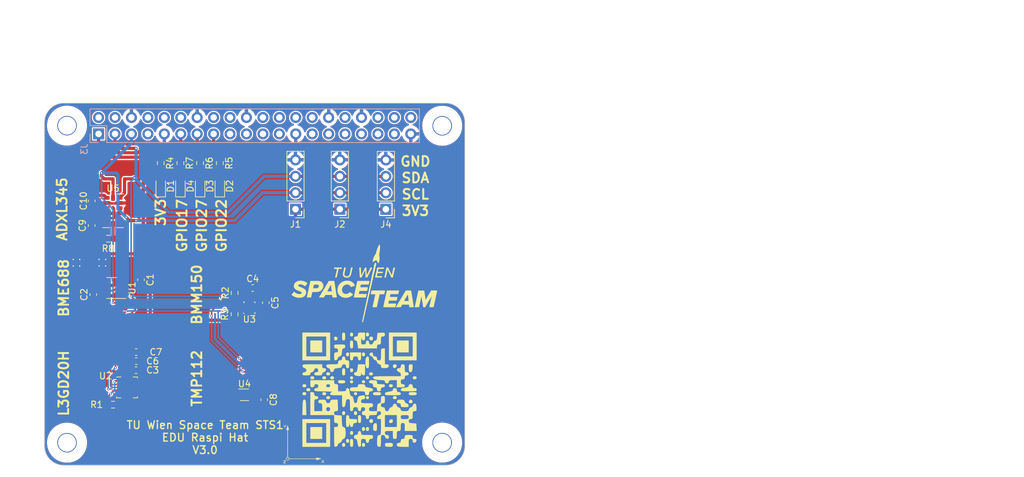
<source format=kicad_pcb>
(kicad_pcb (version 20221018) (generator pcbnew)
  (layers (0 "F.Cu" signal) (1 "In1.Cu" signal) (2 "In2.Cu" signal) (31 "B.Cu" signal) (34 "B.Paste" user) (35 "F.Paste" user) (36 "B.SilkS" user "B.Silkscreen") (37 "F.SilkS" user "F.Silkscreen") (38 "B.Mask" user) (39 "F.Mask" user) (44 "Edge.Cuts" user))
  (net 0 "")
  (net 1 "GND")
  (net 2 "3V3")
  (net 3 "Net-(U2-CAP)")
  (net 4 "Net-(D1-A)")
  (net 5 "Net-(D2-A)")
  (net 6 "Net-(D3-A)")
  (net 7 "Net-(D4-A)")
  (net 29 "CM_SDA0")
  (net 31 "CM_SCL0")
  (net 36 "Net-(U2-CS)")
  (net 37 "Net-(U5-~{CS})")
  (net 41 "GPIO22")
  (net 42 "GPIO27")
  (net 43 "GPIO17")
  (footprint "project_footprints:NPTH_3mm_ID" (layer "F.Cu") (at 82.04 64.31)
    (fp_text reference "H1" (at 0.002 0.09) (layer "F.SilkS"))
    (fp_text value "3mm_Mounting_Hole" hide)
    (pad "" np_thru_hole circle locked (at 0 0) (size 3 3) (drill 2.75) (layers "*.Cu" "*.Mask") (clearance 1.6))
  )
  (footprint "project_footprints:NPTH_3mm_ID" (layer "F.Cu") (at 140.04 64.33)
    (fp_text reference "H3" (at 0.06 0.09) (layer "F.SilkS"))
    (fp_text value "3mm_Mounting_Hole" hide)
    (pad "" np_thru_hole circle locked (at 0 0) (size 3 3) (drill 2.75) (layers "*.Cu" "*.Mask") (clearance 1.6))
  )
  (footprint "project_footprints:NPTH_3mm_ID" (layer "F.Cu") (at 82.04 113.32)
    (fp_text reference "H2" (at 0.06 0.09) (layer "F.SilkS"))
    (fp_text value "3mm_Mounting_Hole" hide)
    (pad "" np_thru_hole circle locked (at 0 0) (size 3 3) (drill 2.75) (layers "*.Cu" "*.Mask") (clearance 1.6))
  )
  (footprint "project_footprints:NPTH_3mm_ID" (layer "F.Cu") (at 140.03 113.31)
    (fp_text reference "H4" (at 0.06 0.09) (layer "F.SilkS"))
    (fp_text value "3mm_Mounting_Hole" hide)
    (pad "" np_thru_hole circle locked (at 0 0) (size 3 3) (drill 2.75) (layers "*.Cu" "*.Mask") (clearance 1.6))
  )
  (footprint "Resistor_SMD:R_0603_1608Metric_Pad0.98x0.95mm_HandSolder" (layer "F.Cu") (at 107.95 93.472 -90)
    (fp_text reference "R3" (at 0 1.524 90) (layer "F.SilkS"))
    (fp_text value "4k7")
    (pad "1" smd roundrect (at -0.9125 0 270) (size 0.975 0.95) (layers "F.Cu" "F.Paste" "F.Mask") (net 31 "CM_SCL0"))
    (pad "2" smd roundrect (at 0.9125 0 270) (size 0.975 0.95) (layers "F.Cu" "F.Paste" "F.Mask") (net 2 "3V3"))
  )
  (footprint "Capacitor_SMD:C_0603_1608Metric_Pad1.08x0.95mm_HandSolder" (layer "F.Cu") (at 92.7365 100.711)
    (fp_text reference "C6" (at 2.54 0) (layer "F.SilkS"))
    (fp_text value "100nF")
    (pad "1" smd roundrect (at -0.8625 0) (size 1.075 0.95) (layers "F.Cu" "F.Paste" "F.Mask") (net 2 "3V3"))
    (pad "2" smd roundrect (at 0.8625 0) (size 1.075 0.95) (layers "F.Cu" "F.Paste" "F.Mask") (net 1 "GND"))
  )
  (footprint "Resistor_SMD:R_0603_1608Metric_Pad0.98x0.95mm_HandSolder" (layer "F.Cu") (at 96.52 70.104 -90)
    (fp_text reference "R4" (at 0 -1.43 90) (layer "F.SilkS"))
    (fp_text value "1k")
    (pad "1" smd roundrect (at -0.9125 0 270) (size 0.975 0.95) (layers "F.Cu" "F.Paste" "F.Mask") (net 2 "3V3"))
    (pad "2" smd roundrect (at 0.9125 0 270) (size 0.975 0.95) (layers "F.Cu" "F.Paste" "F.Mask") (net 4 "Net-(D1-A)"))
  )
  (footprint "LED_SMD:LED_0603_1608Metric_Pad1.05x0.95mm_HandSolder" (layer "F.Cu") (at 102.616 73.66 90)
    (fp_text reference "D3" (at 0 1.524 90) (layer "F.SilkS"))
    (fp_text value "LED")
    (pad "1" smd roundrect (at -0.875 0 90) (size 1.05 0.95) (layers "F.Cu" "F.Paste" "F.Mask") (net 1 "GND"))
    (pad "2" smd roundrect (at 0.875 0 90) (size 1.05 0.95) (layers "F.Cu" "F.Paste" "F.Mask") (net 6 "Net-(D3-A)"))
  )
  (footprint "Package_LGA:Bosch_LGA-8_3x3mm_P0.8mm_ClockwisePinNumbering" (layer "F.Cu") (at 89.662 89.408 -90)
    (fp_text reference "U1" (at 0 -2.45 90) (layer "F.SilkS"))
    (fp_text value "BME688")
    (pad "1" smd roundrect (at -1.2 -1.1875 270) (size 0.5 0.525) (layers "F.Cu" "F.Paste" "F.Mask") (net 1 "GND"))
    (pad "2" smd roundrect (at -0.4 -1.1875 270) (size 0.5 0.525) (layers "F.Cu" "F.Paste" "F.Mask") (net 2 "3V3"))
    (pad "3" smd roundrect (at 0.4 -1.1875 270) (size 0.5 0.525) (layers "F.Cu" "F.Paste" "F.Mask") (net 29 "CM_SDA0"))
    (pad "4" smd roundrect (at 1.2 -1.1875 270) (size 0.5 0.525) (layers "F.Cu" "F.Paste" "F.Mask") (net 31 "CM_SCL0"))
    (pad "5" smd roundrect (at 1.2 1.1875 270) (size 0.5 0.525) (layers "F.Cu" "F.Paste" "F.Mask") (net 1 "GND"))
    (pad "6" smd roundrect (at 0.4 1.1875 270) (size 0.5 0.525) (layers "F.Cu" "F.Paste" "F.Mask") (net 2 "3V3"))
    (pad "7" smd roundrect (at -0.4 1.1875 270) (size 0.5 0.525) (layers "F.Cu" "F.Paste" "F.Mask") (net 1 "GND"))
    (pad "8" smd roundrect (at -1.2 1.1875 270) (size 0.5 0.525) (layers "F.Cu" "F.Paste" "F.Mask") (net 2 "3V3"))
  )
  (footprint "Capacitor_SMD:C_0603_1608Metric_Pad1.08x0.95mm_HandSolder" (layer "F.Cu") (at 85.852 79.756 90)
    (fp_text reference "C9" (at 0 -1.43 90) (layer "F.SilkS"))
    (fp_text value "100nF")
    (pad "1" smd roundrect (at -0.8625 0 90) (size 1.075 0.95) (layers "F.Cu" "F.Paste" "F.Mask") (net 2 "3V3"))
    (pad "2" smd roundrect (at 0.8625 0 90) (size 1.075 0.95) (layers "F.Cu" "F.Paste" "F.Mask") (net 1 "GND"))
  )
  (footprint "LED_SMD:LED_0603_1608Metric_Pad1.05x0.95mm_HandSolder" (layer "F.Cu") (at 105.664 73.66 90)
    (fp_text reference "D2" (at 0 1.524 90) (layer "F.SilkS"))
    (fp_text value "LED")
    (pad "1" smd roundrect (at -0.875 0 90) (size 1.05 0.95) (layers "F.Cu" "F.Paste" "F.Mask") (net 1 "GND"))
    (pad "2" smd roundrect (at 0.875 0 90) (size 1.05 0.95) (layers "F.Cu" "F.Paste" "F.Mask") (net 5 "Net-(D2-A)"))
  )
  (footprint "Resistor_SMD:R_0603_1608Metric_Pad0.98x0.95mm_HandSolder" (layer "F.Cu") (at 102.616 70.104 -90)
    (fp_text reference "R6" (at 0 -1.43 90) (layer "F.SilkS"))
    (fp_text value "1k")
    (pad "1" smd roundrect (at -0.9125 0 270) (size 0.975 0.95) (layers "F.Cu" "F.Paste" "F.Mask") (net 42 "GPIO27"))
    (pad "2" smd roundrect (at 0.9125 0 270) (size 0.975 0.95) (layers "F.Cu" "F.Paste" "F.Mask") (net 6 "Net-(D3-A)"))
  )
  (footprint "project_footprints:Logo_mod" (layer "F.Cu") (at 128.016 88.646)
    (fp_text reference "G***" hide)
    (fp_text value "LOGO" hide)
  )
  (footprint "Connector_PinHeader_2.54mm:PinHeader_1x04_P2.54mm_Vertical" (layer "F.Cu") (at 117.358 77.226 180)
    (fp_text reference "J1" (at 0 -2.33) (layer "F.SilkS"))
    (fp_text value "Conn_01x04")
    (pad "1" thru_hole rect (at 0 0 180) (size 1.7 1.7) (drill 1) (layers "*.Cu" "*.Mask") (net 2 "3V3"))
    (pad "2" thru_hole oval (at 0 2.54 180) (size 1.7 1.7) (drill 1) (layers "*.Cu" "*.Mask") (net 31 "CM_SCL0"))
    (pad "3" thru_hole oval (at 0 5.08 180) (size 1.7 1.7) (drill 1) (layers "*.Cu" "*.Mask") (net 29 "CM_SDA0"))
    (pad "4" thru_hole oval (at 0 7.62 180) (size 1.7 1.7) (drill 1) (layers "*.Cu" "*.Mask") (net 1 "GND"))
  )
  (footprint "Resistor_SMD:R_0603_1608Metric_Pad0.98x0.95mm_HandSolder" (layer "F.Cu") (at 99.568 70.104 -90)
    (fp_text reference "R7" (at 0 -1.43 90) (layer "F.SilkS"))
    (fp_text value "1k")
    (pad "1" smd roundrect (at -0.9125 0 270) (size 0.975 0.95) (layers "F.Cu" "F.Paste" "F.Mask") (net 43 "GPIO17"))
    (pad "2" smd roundrect (at 0.9125 0 270) (size 0.975 0.95) (layers "F.Cu" "F.Paste" "F.Mask") (net 7 "Net-(D4-A)"))
  )
  (footprint "Package_LGA:LGA-14_3x5mm_P0.8mm_LayoutBorder1x6y" (layer "F.Cu") (at 89.154 77.47)
    (fp_text reference "U5" (at 0 -3.45) (layer "F.SilkS"))
    (fp_text value "ADXL345BCCZ-RL")
    (pad "1" smd roundrect (at -1 -2) (size 0.95 0.6) (layers "F.Cu" "F.Paste" "F.Mask") (net 2 "3V3"))
    (pad "2" smd roundrect (at -1 -1.2) (size 0.95 0.6) (layers "F.Cu" "F.Paste" "F.Mask") (net 1 "GND"))
    (pad "3" smd roundrect (at -1 -0.4) (size 0.95 0.6) (layers "F.Cu" "F.Paste" "F.Mask"))
    (pad "4" smd roundrect (at -1 0.4) (size 0.95 0.6) (layers "F.Cu" "F.Paste" "F.Mask") (net 1 "GND"))
    (pad "5" smd roundrect (at -1 1.2) (size 0.95 0.6) (layers "F.Cu" "F.Paste" "F.Mask") (net 1 "GND"))
    (pad "6" smd roundrect (at -1 2) (size 0.95 0.6) (layers "F.Cu" "F.Paste" "F.Mask") (net 2 "3V3"))
    (pad "7" smd roundrect (at 0 2) (size 0.6 0.95) (layers "F.Cu" "F.Paste" "F.Mask") (net 37 "Net-(U5-~{CS})"))
    (pad "8" smd roundrect (at 1 2) (size 0.95 0.6) (layers "F.Cu" "F.Paste" "F.Mask"))
    (pad "9" smd roundrect (at 1 1.2) (size 0.95 0.6) (layers "F.Cu" "F.Paste" "F.Mask"))
    (pad "10" smd roundrect (at 1 0.4) (size 0.95 0.6) (layers "F.Cu" "F.Paste" "F.Mask"))
    (pad "11" smd roundrect (at 1 -0.4) (size 0.95 0.6) (layers "F.Cu" "F.Paste" "F.Mask"))
    (pad "12" smd roundrect (at 1 -1.2) (size 0.95 0.6) (layers "F.Cu" "F.Paste" "F.Mask") (net 1 "GND"))
    (pad "13" smd roundrect (at 1 -2) (size 0.95 0.6) (layers "F.Cu" "F.Paste" "F.Mask") (net 29 "CM_SDA0"))
    (pad "14" smd roundrect (at 0 -2) (size 0.6 0.95) (layers "F.Cu" "F.Paste" "F.Mask") (net 31 "CM_SCL0"))
  )
  (footprint "Capacitor_SMD:C_0603_1608Metric_Pad1.08x0.95mm_HandSolder" (layer "F.Cu") (at 85.852 75.946 -90)
    (fp_text reference "C10" (at 0 1.27 90) (layer "F.SilkS"))
    (fp_text value "1µF")
    (pad "1" smd roundrect (at -0.8625 0 270) (size 1.075 0.95) (layers "F.Cu" "F.Paste" "F.Mask") (net 2 "3V3"))
    (pad "2" smd roundrect (at 0.8625 0 270) (size 1.075 0.95) (layers "F.Cu" "F.Paste" "F.Mask") (net 1 "GND"))
  )
  (footprint "Resistor_SMD:R_0603_1608Metric_Pad0.98x0.95mm_HandSolder" (layer "F.Cu") (at 88.392 81.788)
    (fp_text reference "R8" (at 0 1.524) (layer "F.SilkS"))
    (fp_text value "4k7")
    (pad "1" smd roundrect (at -0.9125 0) (size 0.975 0.95) (layers "F.Cu" "F.Paste" "F.Mask") (net 2 "3V3"))
    (pad "2" smd roundrect (at 0.9125 0) (size 0.975 0.95) (layers "F.Cu" "F.Paste" "F.Mask") (net 37 "Net-(U5-~{CS})"))
  )
  (footprint "Resistor_SMD:R_0603_1608Metric_Pad0.98x0.95mm_HandSolder" (layer "F.Cu") (at 107.95 90.17 90)
    (fp_text reference "R2" (at 0 -1.43 90) (layer "F.SilkS"))
    (fp_text value "4k7")
    (pad "1" smd roundrect (at -0.9125 0 90) (size 0.975 0.95) (layers "F.Cu" "F.Paste" "F.Mask") (net 29 "CM_SDA0"))
    (pad "2" smd roundrect (at 0.9125 0 90) (size 0.975 0.95) (layers "F.Cu" "F.Paste" "F.Mask") (net 2 "3V3"))
  )
  (footprint "Package_TO_SOT_SMD:SOT-563" (layer "F.Cu") (at 109.474 105.918)
    (fp_text reference "U4" (at 0 -1.7) (layer "F.SilkS"))
    (fp_text value "TMP112AIDRLT")
    (pad "1" smd rect (at -0.75 -0.5) (size 0.7 0.34) (layers "F.Cu" "F.Paste" "F.Mask") (net 31 "CM_SCL0"))
    (pad "2" smd rect (at -0.75 0) (size 0.7 0.34) (layers "F.Cu" "F.Paste" "F.Mask") (net 1 "GND"))
    (pad "3" smd rect (at -0.75 0.5) (size 0.7 0.34) (layers "F.Cu" "F.Paste" "F.Mask"))
    (pad "4" smd rect (at 0.75 0.5) (size 0.7 0.34) (layers "F.Cu" "F.Paste" "F.Mask") (net 1 "GND"))
    (pad "5" smd rect (at 0.75 0) (size 0.7 0.34) (layers "F.Cu" "F.Paste" "F.Mask") (net 2 "3V3"))
    (pad "6" smd rect (at 0.75 -0.5) (size 0.7 0.34) (layers "F.Cu" "F.Paste" "F.Mask") (net 29 "CM_SDA0"))
  )
  (footprint "Capacitor_SMD:C_0603_1608Metric_Pad1.08x0.95mm_HandSolder" (layer "F.Cu") (at 86.106 90.424 90)
    (fp_text reference "C2" (at 0 -1.43 90) (layer "F.SilkS"))
    (fp_text value "100nF")
    (pad "1" smd roundrect (at -0.8625 0 90) (size 1.075 0.95) (layers "F.Cu" "F.Paste" "F.Mask") (net 1 "GND"))
    (pad "2" smd roundrect (at 0.8625 0 90) (size 1.075 0.95) (layers "F.Cu" "F.Paste" "F.Mask") (net 2 "3V3"))
  )
  (footprint "Package_CSP:WLCSP-12_1.56x1.56mm_P0.4mm" (layer "F.Cu") (at 110.236 92.456 90)
    (fp_text reference "U3" (at -1.778 0 180) (layer "F.SilkS"))
    (fp_text value "BMM150")
    (pad "A1" smd circle (at -0.566 -0.566 90) (size 0.2 0.2) (layers "F.Cu" "F.Paste" "F.Mask") (net 2 "3V3"))
    (pad "A3" smd circle (at 0 -0.566 90) (size 0.2 0.2) (layers "F.Cu" "F.Paste" "F.Mask") (net 31 "CM_SCL0"))
    (pad "A5" smd circle (at 0.566 -0.566 90) (size 0.2 0.2) (layers "F.Cu" "F.Paste" "F.Mask") (net 1 "GND"))
    (pad "B2" smd circle (at -0.283 -0.283 90) (size 0.2 0.2) (layers "F.Cu" "F.Paste" "F.Mask") (net 2 "3V3"))
    (pad "B4" smd circle (at 0.283 -0.283 90) (size 0.2 0.2) (layers "F.Cu" "F.Paste" "F.Mask") (net 29 "CM_SDA0"))
    (pad "C1" smd circle (at -0.566 0 90) (size 0.2 0.2) (layers "F.Cu" "F.Paste" "F.Mask") (net 1 "GND"))
    (pad "C5" smd circle (at 0.566 0 90) (size 0.2 0.2) (layers "F.Cu" "F.Paste" "F.Mask") (net 1 "GND"))
    (pad "D2" smd circle (at -0.283 0.283 90) (size 0.2 0.2) (layers "F.Cu" "F.Paste" "F.Mask") (net 1 "GND"))
    (pad "D4" smd circle (at 0.283 0.283 90) (size 0.2 0.2) (layers "F.Cu" "F.Paste" "F.Mask") (net 1 "GND"))
    (pad "E1" smd circle (at -0.566 0.566 90) (size 0.2 0.2) (layers "F.Cu" "F.Paste" "F.Mask") (net 1 "GND"))
    (pad "E3" smd circle (at 0 0.566 90) (size 0.2 0.2) (layers "F.Cu" "F.Paste" "F.Mask") (net 1 "GND"))
    (pad "E5" smd circle (at 0.566 0.566 90) (size 0.2 0.2) (layers "F.Cu" "F.Paste" "F.Mask") (net 2 "3V3"))
  )
  (footprint "Capacitor_SMD:C_0603_1608Metric_Pad1.08x0.95mm_HandSolder" (layer "F.Cu") (at 92.7365 99.314)
    (fp_text reference "C7" (at 3.048 0) (layer "F.SilkS"))
    (fp_text value "10uF")
    (pad "1" smd roundrect (at -0.8625 0) (size 1.075 0.95) (layers "F.Cu" "F.Paste" "F.Mask") (net 2 "3V3"))
    (pad "2" smd roundrect (at 0.8625 0) (size 1.075 0.95) (layers "F.Cu" "F.Paste" "F.Mask") (net 1 "GND"))
  )
  (footprint "project_footprints:QRNeu__mod" (layer "F.Cu") (at 127.254 104.394)
    (fp_text reference "G***" hide)
    (fp_text value "LOGO" hide)
  )
  (footprint "LED_SMD:LED_0603_1608Metric_Pad1.05x0.95mm_HandSolder" (layer "F.Cu") (at 96.52 73.66 90)
    (fp_text reference "D1" (at 0 1.524 90) (layer "F.SilkS"))
    (fp_text value "LED")
    (pad "1" smd roundrect (at -0.875 0 90) (size 1.05 0.95) (layers "F.Cu" "F.Paste" "F.Mask") (net 1 "GND"))
    (pad "2" smd roundrect (at 0.875 0 90) (size 1.05 0.95) (layers "F.Cu" "F.Paste" "F.Mask") (net 4 "Net-(D1-A)"))
  )
  (footprint "Resistor_SMD:R_0603_1608Metric_Pad0.98x0.95mm_HandSolder" (layer "F.Cu") (at 105.664 70.104 -90)
    (fp_text reference "R5" (at 0 -1.43 90) (layer "F.SilkS"))
    (fp_text value "1k")
    (pad "1" smd roundrect (at -0.9125 0 270) (size 0.975 0.95) (layers "F.Cu" "F.Paste" "F.Mask") (net 41 "GPIO22"))
    (pad "2" smd roundrect (at 0.9125 0 270) (size 0.975 0.95) (layers "F.Cu" "F.Paste" "F.Mask") (net 5 "Net-(D2-A)"))
  )
  (footprint "Capacitor_SMD:C_0603_1608Metric_Pad1.08x0.95mm_HandSolder" (layer "F.Cu") (at 110.744 89.408)
    (fp_text reference "C4" (at 0 -1.43) (layer "F.SilkS"))
    (fp_text value "100nF")
    (pad "1" smd roundrect (at -0.8625 0) (size 1.075 0.95) (layers "F.Cu" "F.Paste" "F.Mask") (net 1 "GND"))
    (pad "2" smd roundrect (at 0.8625 0) (size 1.075 0.95) (layers "F.Cu" "F.Paste" "F.Mask") (net 2 "3V3"))
  )
  (footprint "Connector_PinHeader_2.54mm:PinHeader_1x04_P2.54mm_Vertical" (layer "F.Cu") (at 131.328 77.236 180)
    (fp_text reference "J4" (at 0 -2.33) (layer "F.SilkS"))
    (fp_text value "Conn_01x04")
    (pad "1" thru_hole rect (at 0 0 180) (size 1.7 1.7) (drill 1) (layers "*.Cu" "*.Mask") (net 2 "3V3"))
    (pad "2" thru_hole oval (at 0 2.54 180) (size 1.7 1.7) (drill 1) (layers "*.Cu" "*.Mask") (net 31 "CM_SCL0"))
    (pad "3" thru_hole oval (at 0 5.08 180) (size 1.7 1.7) (drill 1) (layers "*.Cu" "*.Mask") (net 29 "CM_SDA0"))
    (pad "4" thru_hole oval (at 0 7.62 180) (size 1.7 1.7) (drill 1) (layers "*.Cu" "*.Mask") (net 1 "GND"))
  )
  (footprint "LED_SMD:LED_0603_1608Metric_Pad1.05x0.95mm_HandSolder" (layer "F.Cu") (at 99.568 73.66 90)
    (fp_text reference "D4" (at 0 1.524 90) (layer "F.SilkS"))
    (fp_text value "LED")
    (pad "1" smd roundrect (at -0.875 0 90) (size 1.05 0.95) (layers "F.Cu" "F.Paste" "F.Mask") (net 1 "GND"))
    (pad "2" smd roundrect (at 0.875 0 90) (size 1.05 0.95) (layers "F.Cu" "F.Paste" "F.Mask") (net 7 "Net-(D4-A)"))
  )
  (footprint "Capacitor_SMD:C_0603_1608Metric_Pad1.08x0.95mm_HandSolder" (layer "F.Cu") (at 112.522 106.68 -90)
    (fp_text reference "C8" (at 0 -1.43 90) (layer "F.SilkS"))
    (fp_text value "10nF")
    (pad "1" smd roundrect (at -0.8625 0 270) (size 1.075 0.95) (layers "F.Cu" "F.Paste" "F.Mask") (net 2 "3V3"))
    (pad "2" smd roundrect (at 0.8625 0 270) (size 1.075 0.95) (layers "F.Cu" "F.Paste" "F.Mask") (net 1 "GND"))
  )
  (footprint "Resistor_SMD:R_0603_1608Metric_Pad0.98x0.95mm_HandSolder" (layer "F.Cu") (at 89.154 107.442)
    (fp_text reference "R1" (at -2.54 0) (layer "F.SilkS"))
    (fp_text value "4k7")
    (pad "1" smd roundrect (at -0.9125 0) (size 0.975 0.95) (layers "F.Cu" "F.Paste" "F.Mask") (net 2 "3V3"))
    (pad "2" smd roundrect (at 0.9125 0) (size 0.975 0.95) (layers "F.Cu" "F.Paste" "F.Mask") (net 36 "Net-(U2-CS)"))
  )
  (footprint "STS:Coordinates" (layer "F.Cu") (at 118.618 113.538)
    (fp_text reference "U1" hide)
    (fp_text value "coordinate_system" hide)
  )
  (footprint "Connector_PinHeader_2.54mm:PinHeader_1x04_P2.54mm_Vertical" (layer "F.Cu") (at 124.216 77.226 180)
    (fp_text reference "J2" (at 0 -2.33) (layer "F.SilkS"))
    (fp_text value "Conn_01x04")
    (pad "1" thru_hole rect (at 0 0 180) (size 1.7 1.7) (drill 1) (layers "*.Cu" "*.Mask") (net 2 "3V3"))
    (pad "2" thru_hole oval (at 0 2.54 180) (size 1.7 1.7) (drill 1) (layers "*.Cu" "*.Mask") (net 31 "CM_SCL0"))
    (pad "3" thru_hole oval (at 0 5.08 180) (size 1.7 1.7) (drill 1) (layers "*.Cu" "*.Mask") (net 29 "CM_SDA0"))
    (pad "4" thru_hole oval (at 0 7.62 180) (size 1.7 1.7) (drill 1) (layers "*.Cu" "*.Mask") (net 1 "GND"))
  )
  (footprint "Capacitor_SMD:C_0603_1608Metric_Pad1.08x0.95mm_HandSolder" (layer "F.Cu") (at 112.776 91.694 -90)
    (fp_text reference "C5" (at 0 -1.43 90) (layer "F.SilkS"))
    (fp_text value "100nF")
    (pad "1" smd roundrect (at -0.8625 0 270) (size 1.075 0.95) (layers "F.Cu" "F.Paste" "F.Mask") (net 2 "3V3"))
    (pad "2" smd roundrect (at 0.8625 0 270) (size 1.075 0.95) (layers "F.Cu" "F.Paste" "F.Mask") (net 1 "GND"))
  )
  (footprint "Capacitor_SMD:C_0603_1608Metric_Pad1.08x0.95mm_HandSolder" (layer "F.Cu") (at 92.71 102.108 180)
    (fp_text reference "C3" (at -2.5665 0) (layer "F.SilkS"))
    (fp_text value "10nF 25V")
    (pad "1" smd roundrect (at -0.8625 0 180) (size 1.075 0.95) (layers "F.Cu" "F.Paste" "F.Mask") (net 1 "GND"))
    (pad "2" smd roundrect (at 0.8625 0 180) (size 1.075 0.95) (layers "F.Cu" "F.Paste" "F.Mask") (net 3 "Net-(U2-CAP)"))
  )
  (footprint "Package_LGA:LGA-16_3x3mm_P0.5mm_LayoutBorder3x5y" (layer "F.Cu") (at 91.313 104.775)
    (fp_text reference "U2" (at -3.313 -1.775) (layer "F.SilkS"))
    (fp_text value "L3GD20H")
    (pad "1" smd roundrect (at -1.225 -1) (size 0.55 0.35) (layers "F.Cu" "F.Paste" "F.Mask") (net 2 "3V3"))
    (pad "2" smd roundrect (at -1.225 -0.5) (size 0.55 0.35) (layers "F.Cu" "F.Paste" "F.Mask") (net 31 "CM_SCL0"))
    (pad "3" smd roundrect (at -1.225 0) (size 0.55 0.35) (layers "F.Cu" "F.Paste" "F.Mask") (net 29 "CM_SDA0"))
    (pad "4" smd roundrect (at -1.225 0.5) (size 0.55 0.35) (layers "F.Cu" "F.Paste" "F.Mask") (net 1 "GND"))
    (pad "5" smd roundrect (at -1.225 1) (size 0.55 0.35) (layers "F.Cu" "F.Paste" "F.Mask") (net 36 "Net-(U2-CS)"))
    (pad "6" smd roundrect (at -0.5 1.225) (size 0.35 0.55) (layers "F.Cu" "F.Paste" "F.Mask"))
    (pad "7" smd roundrect (at 0 1.225) (size 0.35 0.55) (layers "F.Cu" "F.Paste" "F.Mask"))
    (pad "8" smd roundrect (at 0.5 1.225) (size 0.35 0.55) (layers "F.Cu" "F.Paste" "F.Mask") (net 1 "GND"))
    (pad "9" smd roundrect (at 1.225 1) (size 0.55 0.35) (layers "F.Cu" "F.Paste" "F.Mask") (net 1 "GND"))
    (pad "10" smd roundrect (at 1.225 0.5) (size 0.55 0.35) (layers "F.Cu" "F.Paste" "F.Mask") (net 1 "GND"))
    (pad "11" smd roundrect (at 1.225 0) (size 0.55 0.35) (layers "F.Cu" "F.Paste" "F.Mask") (net 1 "GND"))
    (pad "12" smd roundrect (at 1.225 -0.5) (size 0.55 0.35) (layers "F.Cu" "F.Paste" "F.Mask") (net 1 "GND"))
    (pad "13" smd roundrect (at 1.225 -1) (size 0.55 0.35) (layers "F.Cu" "F.Paste" "F.Mask") (net 1 "GND"))
    (pad "14" smd roundrect (at 0.5 -1.225) (size 0.35 0.55) (layers "F.Cu" "F.Paste" "F.Mask") (net 3 "Net-(U2-CAP)"))
    (pad "15" smd roundrect (at 0 -1.225) (size 0.35 0.55) (layers "F.Cu" "F.Paste" "F.Mask") (net 2 "3V3"))
    (pad "16" smd roundrect (at -0.5 -1.225) (size 0.35 0.55) (layers "F.Cu" "F.Paste" "F.Mask") (net 2 "3V3"))
  )
  (footprint "Capacitor_SMD:C_0603_1608Metric_Pad1.08x0.95mm_HandSolder" (layer "F.Cu") (at 93.472 88.138 -90)
    (fp_text reference "C1" (at 0 -1.43 90) (layer "F.SilkS"))
    (fp_text value "100nF")
    (pad "1" smd roundrect (at -0.8625 0 270) (size 1.075 0.95) (layers "F.Cu" "F.Paste" "F.Mask") (net 1 "GND"))
    (pad "2" smd roundrect (at 0.8625 0 270) (size 1.075 0.95) (layers "F.Cu" "F.Paste" "F.Mask") (net 2 "3V3"))
  )
  (footprint "Connector_PinSocket_2.54mm:PinSocket_2x20_P2.54mm_Vertical" (layer "B.Cu") (at 86.92 65.59 -90)
    (fp_text reference "J3" (at 2.355 2.211 -90) (layer "B.SilkS") (effects (justify mirror)))
    (fp_text value "40HAT")
    (pad "1" thru_hole rect locked (at 0 0 270) (size 1.7 1.7) (drill 1) (layers "*.Cu" "*.Mask") (net 2 "3V3"))
    (pad "2" thru_hole oval locked (at -2.54 0 270) (size 1.7 1.7) (drill 1) (layers "*.Cu" "*.Mask"))
    (pad "3" thru_hole oval locked (at 0 -2.54 270) (size 1.7 1.7) (drill 1) (layers "*.Cu" "*.Mask") (net 29 "CM_SDA0"))
    (pad "4" thru_hole oval locked (at -2.54 -2.54 270) (size 1.7 1.7) (drill 1) (layers "*.Cu" "*.Mask"))
    (pad "5" thru_hole oval locked (at 0 -5.08 270) (size 1.7 1.7) (drill 1) (layers "*.Cu" "*.Mask") (net 31 "CM_SCL0"))
    (pad "6" thru_hole oval locked (at -2.54 -5.08 270) (size 1.7 1.7) (drill 1) (layers "*.Cu" "*.Mask") (net 1 "GND"))
    (pad "7" thru_hole oval locked (at 0 -7.62 270) (size 1.7 1.7) (drill 1) (layers "*.Cu" "*.Mask"))
    (pad "8" thru_hole oval locked (at -2.54 -7.62 270) (size 1.7 1.7) (drill 1) (layers "*.Cu" "*.Mask"))
    (pad "9" thru_hole oval locked (at 0 -10.16 270) (size 1.7 1.7) (drill 1) (layers "*.Cu" "*.Mask") (net 1 "GND"))
    (pad "10" thru_hole oval locked (at -2.54 -10.16 270) (size 1.7 1.7) (drill 1) (layers "*.Cu" "*.Mask"))
    (pad "11" thru_hole oval locked (at 0 -12.7 270) (size 1.7 1.7) (drill 1) (layers "*.Cu" "*.Mask") (net 43 "GPIO17"))
    (pad "12" thru_hole oval locked (at -2.54 -12.7 270) (size 1.7 1.7) (drill 1) (layers "*.Cu" "*.Mask"))
    (pad "13" thru_hole oval locked (at 0 -15.24 270) (size 1.7 1.7) (drill 1) (layers "*.Cu" "*.Mask") (net 42 "GPIO27"))
    (pad "14" thru_hole oval locked (at -2.54 -15.24 270) (size 1.7 1.7) (drill 1) (layers "*.Cu" "*.Mask") (net 1 "GND"))
    (pad "15" thru_hole oval locked (at 0 -17.78 270) (size 1.7 1.7) (drill 1) (layers "*.Cu" "*.Mask") (net 41 "GPIO22"))
    (pad "16" thru_hole oval locked (at -2.54 -17.78 270) (size 1.7 1.7) (drill 1) (layers "*.Cu" "*.Mask"))
    (pad "17" thru_hole oval locked (at 0 -20.32 270) (size 1.7 1.7) (drill 1) (layers "*.Cu" "*.Mask"))
    (pad "18" thru_hole oval locked (at -2.54 -20.32 270) (size 1.7 1.7) (drill 1) (layers "*.Cu" "*.Mask"))
    (pad "19" thru_hole oval locked (at 0 -22.86 270) (size 1.7 1.7) (drill 1) (layers "*.Cu" "*.Mask"))
    (pad "20" thru_hole oval locked (at -2.54 -22.86 270) (size 1.7 1.7) (drill 1) (layers "*.Cu" "*.Mask") (net 1 "GND"))
    (pad "21" thru_hole oval locked (at 0 -25.4 270) (size 1.7 1.7) (drill 1) (layers "*.Cu" "*.Mask"))
    (pad "22" thru_hole oval locked (at -2.54 -25.4 270) (size 1.7 1.7) (drill 1) (layers "*.Cu" "*.Mask"))
    (pad "23" thru_hole oval locked (at 0 -27.94 270) (size 1.7 1.7) (drill 1) (layers "*.Cu" "*.Mask"))
    (pad "24" thru_hole oval locked (at -2.54 -27.94 270) (size 1.7 1.7) (drill 1) (layers "*.Cu" "*.Mask"))
    (pad "25" thru_hole oval locked (at 0 -30.48 270) (size 1.7 1.7) (drill 1) (layers "*.Cu" "*.Mask") (net 1 "GND"))
    (pad "26" thru_hole oval locked (at -2.54 -30.48 270) (size 1.7 1.7) (drill 1) (layers "*.Cu" "*.Mask"))
    (pad "27" thru_hole oval locked (at 0 -33.02 270) (size 1.7 1.7) (drill 1) (layers "*.Cu" "*.Mask"))
    (pad "28" thru_hole oval locked (at -2.54 -33.02 270) (size 1.7 1.7) (drill 1) (layers "*.Cu" "*.Mask"))
    (pad "29" thru_hole oval locked (at 0 -35.56 270) (size 1.7 1.7) (drill 1) (layers "*.Cu" "*.Mask"))
    (pad "30" thru_hole oval locked (at -2.54 -35.56 270) (size 1.7 1.7) (drill 1) (layers "*.Cu" "*.Mask") (net 1 "GND"))
    (pad "31" thru_hole oval locked (at 0 -38.1 270) (size 1.7 1.7) (drill 1) (layers "*.Cu" "*.Mask"))
    (pad "32" thru_hole oval locked (at -2.54 -38.1 270) (size 1.7 1.7) (drill 1) (layers "*.Cu" "*.Mask"))
    (pad "33" thru_hole oval locked (at 0 -40.64 270) (size 1.7 1.7) (drill 1) (layers "*.Cu" "*.Mask"))
    (pad "34" thru_hole oval locked (at -2.54 -40.64 270) (size 1.7 1.7) (drill 1) (layers "*.Cu" "*.Mask") (net 1 "GND"))
    (pad "35" thru_hole oval locked (at 0 -43.18 270) (size 1.7 1.7) (drill 1) (layers "*.Cu" "*.Mask"))
    (pad "36" thru_hole oval locked (at -2.54 -43.18 270) (size 1.7 1.7) (drill 1) (layers "*.Cu" "*.Mask"))
    (pad "37" thru_hole oval locked (at 0 -45.72 270) (size 1.7 1.7) (drill 1) (layers "*.Cu" "*.Mask"))
    (pad "38" thru_hole oval locked (at -2.54 -45.72 270) (size 1.7 1.7) (drill 1) (layers "*.Cu" "*.Mask"))
    (pad "39" thru_hole oval locked (at 0 -48.26 270) (size 1.7 1.7) (drill 1) (layers "*.Cu" "*.Mask") (net 1 "GND"))
    (pad "40" thru_hole oval locked (at -2.54 -48.26 270) (size 1.7 1.7) (drill 1) (layers "*.Cu" "*.Mask"))
  )
  (gr_line (start 143.546356 113.817611) (end 143.546356 63.817611) (stroke (width 0.1)) (layer "Edge.Cuts"))
  (gr_line (start 78.546356 63.817611) (end 78.546356 113.817611) (stroke (width 0.1)) (layer "Edge.Cuts"))
  (gr_arc (start 143.546351 113.822847) (mid 142.665824 115.940781) (end 140.546356 116.817611) (stroke (width 0.1)) (layer "Edge.Cuts"))
  (gr_line (start 140.546356 60.817611) (end 81.546356 60.817611) (stroke (width 0.1)) (layer "Edge.Cuts"))
  (gr_line (start 81.546356 116.817611) (end 140.546356 116.817611) (stroke (width 0.1)) (layer "Edge.Cuts"))
  (gr_arc (start 140.546356 60.817611) (mid 142.667676 61.696291) (end 143.546356 63.817611) (stroke (width 0.1)) (layer "Edge.Cuts"))
  (gr_arc (start 78.546356 63.817611) (mid 79.425036 61.696291) (end 81.546356 60.817611) (stroke (width 0.1)) (layer "Edge.Cuts"))
  (gr_arc (start 81.546356 116.817611) (mid 79.425036 115.938931) (end 78.546356 113.817611) (stroke (width 0.1)) (layer "Edge.Cuts"))
  (gr_text "ADXL345\n" (at 81.28 77.216 90) (layer "F.SilkS") (effects (font (size 1.5 1.5) (thickness 0.3))))
  (gr_text "TU Wien Space Team STS1\nEDU Raspi Hat\nV3.0" (at 103.378 112.522) (layer "F.SilkS") (effects (font (size 1.2 1.2) (thickness 0.2))))
  (gr_text "BME688\n" (at 81.534 89.408 90) (layer "F.SilkS") (effects (font (size 1.5 1.5) (thickness 0.3))))
  (gr_text "L3GD20H" (at 81.534 104.14 90) (layer "F.SilkS") (effects (font (size 1.5 1.5) (thickness 0.3))))
  (gr_text "GPIO27\n" (at 102.87 79.756 90) (layer "F.SilkS") (effects (font (size 1.5 1.5) (thickness 0.3))))
  (gr_text "TMP112\n" (at 102.108 103.378 90) (layer "F.SilkS") (effects (font (size 1.5 1.5) (thickness 0.3))))
  (gr_text "GPIO22\n" (at 105.918 79.756 90) (layer "F.SilkS") (effects (font (size 1.5 1.5) (thickness 0.3))))
  (gr_text "3V3\n" (at 96.52 77.724 90) (layer "F.SilkS") (effects (font (size 1.5 1.5) (thickness 0.3))))
  (gr_text "SCL" (at 135.89 74.93) (layer "F.SilkS") (effects (font (size 1.5 1.5) (thickness 0.3))))
  (gr_text "GPIO17\n" (at 99.822 79.756 90) (layer "F.SilkS") (effects (font (size 1.5 1.5) (thickness 0.3))))
  (gr_text "3V3\n" (at 135.89 77.47) (layer "F.SilkS") (effects (font (size 1.5 1.5) (thickness 0.3))))
  (gr_text "GND" (at 135.89 69.85) (layer "F.SilkS") (effects (font (size 1.5 1.5) (thickness 0.3))))
  (gr_text "BMM150\n" (at 102.108 90.424 90) (layer "F.SilkS") (effects (font (size 1.5 1.5) (thickness 0.3))))
  (gr_text "SDA" (at 135.89 72.39) (layer "F.SilkS") (effects (font (size 1.5 1.5) (thickness 0.3))))
  (segment (start 88.4745 89.008) (end 89.046 89.008) (width 0.25) (layer "F.Cu") (net 1))
  (segment (start 88.154 77.87) (end 85.998 77.87) (width 0.5) (layer "F.Cu") (net 1))
  (segment (start 89.846 88.208) (end 90.8495 88.208) (width 0.25) (layer "F.Cu") (net 1))
  (segment (start 109.474 105.918) (end 109.474 106.426) (width 0.15) (layer "F.Cu") (net 1))
  (segment (start 89.046 89.008) (end 89.846 88.208) (width 0.25) (layer "F.Cu") (net 1))
  (segment (start 110.802 92.456) (end 110.519 92.739) (width 0.15) (layer "F.Cu") (net 1))
  (segment (start 85.998 77.87) (end 85.852 77.724) (width 0.5) (layer "F.Cu") (net 1))
  (segment (start 88.154 76.27) (end 87.306 76.27) (width 0.5) (layer "F.Cu") (net 1))
  (segment (start 110.519 92.739) (end 110.802 93.022) (width 0.15) (layer "F.Cu") (net 1))
  (segment (start 109.728 91.694) (end 109.728 89.5615) (width 0.15) (layer "F.Cu") (net 1))
  (segment (start 110.802 92.456) (end 112.6755 92.456) (width 0.15) (layer "F.Cu") (net 1))
  (segment (start 110.216 106.426) (end 110.224 106.418) (width 0.15) (layer "F.Cu") (net 1))
  (segment (start 96.52 74.535) (end 99.568 74.535) (width 0.5) (layer "F.Cu") (net 1))
  (segment (start 110.236 91.694) (end 109.728 91.694) (width 0.15) (layer "F.Cu") (net 1))
  (segment (start 112.6755 92.456) (end 112.776 92.5565) (width 0.15) (layer "F.Cu") (net 1))
  (segment (start 109.67 91.752) (end 109.67 91.89) (width 0.15) (layer "F.Cu") (net 1))
  (segment (start 110.236 93.022) (end 110.802 93.022) (width 0.15) (layer "F.Cu") (net 1))
  (segment (start 109.474 106.426) (end 110.216 106.426) (width 0.15) (layer "F.Cu") (net 1))
  (segment (start 108.724 105.918) (end 109.474 105.918) (width 0.15) (layer "F.Cu") (net 1))
  (segment (start 111.3975 106.418) (end 112.522 107.5425) (width 0.15) (layer "F.Cu") (net 1))
  (segment (start 102.616 74.535) (end 99.568 74.535) (width 0.5) (layer "F.Cu") (net 1))
  (segment (start 110.224 106.418) (end 111.3975 106.418) (width 0.15) (layer "F.Cu") (net 1))
  (segment (start 88.154 78.67) (end 88.154 77.87) (width 0.5) (layer "F.Cu") (net 1))
  (segment (start 85.852 77.724) (end 85.852 78.8935) (width 0.5) (layer "F.Cu") (net 1))
  (segment (start 110.519 92.173) (end 110.802 92.456) (width 0.15) (layer "F.Cu") (net 1))
  (segment (start 124.216 69.606) (end 131.318 69.606) (width 0.5) (layer "F.Cu") (net 1))
  (segment (start 86.7675 76.8085) (end 85.852 76.8085) (width 0.5) (layer "F.Cu") (net 1))
  (segment (start 105.664 74.535) (end 102.616 74.535) (width 0.5) (layer "F.Cu") (net 1))
  (segment (start 131.318 69.606) (end 131.328 69.616) (width 0.5) (layer "F.Cu") (net 1))
  (segment (start 117.358 69.606) (end 124.216 69.606) (width 0.5) (layer "F.Cu") (net 1))
  (segment (start 110.519 92.173) (end 110.236 91.89) (width 0.15) (layer "F.Cu") (net 1))
  (segment (start 87.306 76.27) (end 86.7675 76.8085) (width 0.5) (layer "F.Cu") (net 1))
  (segment (start 109.728 91.694) (end 109.67 91.752) (width 0.15) (layer "F.Cu") (net 1))
  (segment (start 109.728 89.5615) (end 109.8815 89.408) (width 0.15) (layer "F.Cu") (net 1))
  (segment (start 85.852 76.8085) (end 85.852 77.724) (width 0.5) (layer "F.Cu") (net 1))
  (segment (start 110.236 91.89) (end 110.236 91.694) (width 0.15) (layer "F.Cu") (net 1))
  (via (at 87 86) (size 0.4) (drill 0.2) (layers "F.Cu" "B.Cu") (net 1))
  (via (at 83 85) (size 0.4) (drill 0.2) (layers "F.Cu" "B.Cu") (net 1))
  (via (at 83 86) (size 0.4) (drill 0.2) (layers "F.Cu" "B.Cu") (net 1))
  (via (at 84 85) (size 0.4) (drill 0.2) (layers "F.Cu" "B.Cu") (net 1))
  (via (at 87 85) (size 0.4) (drill 0.2) (layers "F.Cu" "B.Cu") (net 1))
  (via (at 88 86) (size 0.4) (drill 0.2) (layers "F.Cu" "B.Cu") (net 1))
  (via (at 88 85) (size 0.4) (drill 0.2) (layers "F.Cu" "B.Cu") (net 1))
  (via (at 84 86) (size 0.4) (drill 0.2) (layers "F.Cu" "B.Cu") (net 1))
  (segment (start 88.4745 89.808) (end 89.262 89.808) (width 0.25) (layer "F.Cu") (net 2))
  (segment (start 88.2415 106.3225) (end 88.773 105.791) (width 0.25) (layer "F.Cu") (net 2))
  (segment (start 124.216 77.226) (end 131.318 77.226) (width 0.5) (layer "F.Cu") (net 2))
  (segment (start 87.4795 81.788) (end 87.4795 83.1615) (width 0.5) (layer "F.Cu") (net 2))
  (segment (start 93.8295 69.1915) (end 87.63 69.1915) (width 0.5) (layer "F.Cu") (net 2))
  (segment (start 112.776 89.916) (end 112.776 90.8315) (width 0.5) (layer "F.Cu") (net 2))
  (segment (start 94.8925 90.0665) (end 97.329 87.63) (width 0.5) (layer "F.Cu") (net 2))
  (segment (start 94.8925 92.964) (end 94.8925 94.3375) (width 0.5) (layer "F.Cu") (net 2))
  (segment (start 86.31 80.6185) (end 87.4795 81.788) (width 0.5) (layer "F.Cu") (net 2))
  (segment (start 111.8605 90.8315) (end 112.776 90.8315) (width 0.15) (layer "F.Cu") (net 2))
  (segment (start 108.966 87.63) (end 110.744 87.63) (width 0.5) (layer "F.Cu") (net 2))
  (segment (start 89.408 103.886) (end 89.519 103.775) (width 0.25) (layer "F.Cu") (net 2))
  (segment (start 93.8295 69.1915) (end 93.8295 84.1305) (width 0.5) (layer "F.Cu") (net 2))
  (segment (start 108.3075 94.3845) (end 107.95 94.3845) (width 0.15) (layer "F.Cu") (net 2))
  (segment (start 89.262 89.808) (end 90.062 89.008) (width 0.25) (layer "F.Cu") (net 2))
  (segment (start 94.9395 94.3845) (end 94.8925 94.3375) (width 0.5) (layer "F.Cu") (net 2))
  (segment (start 131.318 77.226) (end 131.328 77.236) (width 0.5) (layer "F.Cu") (net 2))
  (segment (start 117.358 77.226) (end 124.216 77.226) (width 0.5) (layer "F.Cu") (net 2))
  (segment (start 91.874 99.314) (end 91.874 100.711) (width 0.5) (layer "F.Cu") (net 2))
  (segment (start 111.6065 88.4925) (end 111.6065 89.408) (width 0.5) (layer "F.Cu") (net 2))
  (segment (start 110.744 87.63) (end 111.6065 88.4925) (width 0.5) (layer "F.Cu") (net 2))
  (segment (start 88.154 79.47) (end 88.154 81.1135) (width 0.5) (layer "F.Cu") (net 2))
  (segment (start 86.106 83.1615) (end 86.106 87.376) (width 0.5) (layer "F.Cu") (net 2))
  (segment (start 90.088 103.775) (end 90.588 103.775) (width 0.25) (layer "F.Cu") (net 2))
  (segment (start 93.8295 84.1305) (end 97.329 87.63) (width 0.5) (layer "F.Cu") (net 2))
  (segment (start 90.813 101.584) (end 90.813 103.55) (width 0.25) (layer "F.Cu") (net 2))
  (segment (start 94.9395 94.3845) (end 91.874 97.45) (width 0.5) (layer "F.Cu") (net 2))
  (segment (start 86.92 68.4815) (end 85.852 69.5495) (width 0.5) (layer "F.Cu") (net 2))
  (segment (start 86.106 87.376) (end 86.106 89.5615) (width 0.5) (layer "F.Cu") (net 2))
  (segment (start 88.4745 89.808) (end 86.3525 89.808) (width 0.25) (layer "F.Cu") (net 2))
  (segment (start 87.4795 83.1615) (end 88.4485 84.1305) (width 0.5) (layer "F.Cu") (net 2))
  (segment (start 112.268 89.408) (end 112.776 89.916) (width 0.5) (layer "F.Cu") (net 2))
  (segment (start 112.4215 105.918) (end 112.522 105.8175) (width 0.15) (layer "F.Cu") (net 2))
  (segment (start 90.588 103.775) (end 90.813 103.55) (width 0.25) (layer "F.Cu") (net 2))
  (segment (start 90.563 101.334) (end 90.813 101.584) (width 0.25) (layer "F.Cu") (net 2))
  (segment (start 91.874 100.711) (end 91.186 100.711) (width 0.25) (layer "F.Cu") (net 2))
  (segment (start 86.3525 89.808) (end 86.106 89.5615) (width 0.25) (layer "F.Cu") (net 2))
  (segment (start 90.813 103.55) (end 91.313 103.55) (width 0.25) (layer "F.Cu") (net 2))
  (segment (start 88.154 81.1135) (end 87.4795 81.788) (width 0.5) (layer "F.Cu") (net 2))
  (segment (start 94.8925 92.964) (end 94.8925 91.44) (width 0.5) (layer "F.Cu") (net 2))
  (segment (start 112.4185 99.4645) (end 107.95 94.996) (width 0.5) (layer "F.Cu") (net 2))
  (segment (start 96.52 69.1915) (end 93.8295 69.1915) (width 0.5) (layer "F.Cu") (net 2))
  (segment (start 110.802 91.89) (end 111.8605 90.8315) (width 0.15) (layer "F.Cu") (net 2))
  (segment (start 112.4185 100.838) (end 112.4185 99.4645) (width 0.5) (layer "F.Cu") (net 2))
  (segment (start 107.95 88.646) (end 108.966 87.63) (width 0.5) (layer "F.Cu") (net 2))
  (segment (start 110.224 105.918) (end 112.4215 105.918) (width 0.15) (layer "F.Cu") (net 2))
  (segment (start 85.852 80.6185) (end 86.31 80.6185) (width 0.5) (layer "F.Cu") (net 2))
  (segment (start 107.95 94.3845) (end 94.9395 94.3845) (width 0.5) (layer "F.Cu") (net 2))
  (segment (start 88.4485 84.1305) (end 93.8295 84.1305) (width 0.5) (layer "F.Cu") (net 2))
  (segment (start 87.63 69.1915) (end 86.92 68.4815) (width 0.5) (layer "F.Cu") (net 2))
  (segment (start 86.92 65.59) (end 86.92 68.4815) (width 0.5) (layer "F.Cu") (net 2))
  (segment (start 89.519 103.775) (end 90.088 103.775) (width 0.25) (layer "F.Cu") (net 2))
  (segment (start 112.4185 100.838) (end 112.4185 102.362) (width 0.5) (layer "F.Cu") (net 2))
  (segment (start 91.874 97.45) (end 91.874 99.314) (width 0.5) (layer "F.Cu") (net 2))
  (segment (start 109.67 93.022) (end 108.3075 94.3845) (width 0.15) (layer "F.Cu") (net 2))
  (segment (start 85.852 69.5495) (end 85.852 75.0835) (width 0.5) (layer "F.Cu") (net 2))
  (segment (start 85.852 75.0835) (end 87.7675 75.0835) (width 0.5) (layer "F.Cu") (net 2))
  (segment (start 94.8925 90.0665) (end 94.8925 91.44) (width 0.5) (layer "F.Cu") (net 2))
  (segment (start 88.4745 88.208) (end 86.938 88.208) (width 0.25) (layer "F.Cu") (net 2))
  (segment (start 87.7675 75.0835) (end 88.154 75.47) (width 0.5) (layer "F.Cu") (net 2))
  (segment (start 111.6065 89.408) (end 112.268 89.408) (width 0.5) (layer "F.Cu") (net 2))
  (segment (start 90.062 89.008) (end 90.8495 89.008) (width 0.25) (layer "F.Cu") (net 2))
  (segment (start 110.744 87.63) (end 117.358 81.016) (width 0.5) (layer "F.Cu") (net 2))
  (segment (start 97.329 87.63) (end 108.966 87.63) (width 0.5) (layer "F.Cu") (net 2))
  (segment (start 109.67 93.022) (end 109.953 92.739) (width 0.15) (layer "F.Cu") (net 2))
  (segment (start 86.938 88.208) (end 86.106 87.376) (width 0.25) (layer "F.Cu") (net 2))
  (segment (start 112.4185 102.362) (end 112.4185 105.714) (width 0.5) (layer "F.Cu") (net 2))
  (segment (start 107.95 89.2575) (end 107.95 88.646) (width 0.5) (layer "F.Cu") (net 2))
  (segment (start 112.4185 105.714) (end 112.522 105.8175) (width 0.5) (layer "F.Cu") (net 2))
  (segment (start 93.8265 89.0005) (end 94.8925 90.0665) (width 0.5) (layer "F.Cu") (net 2))
  (segment (start 88.2415 107.442) (end 88.2415 106.3225) (width 0.25) (layer "F.Cu") (net 2))
  (segment (start 91.186 100.711) (end 90.563 101.334) (width 0.25) (layer "F.Cu") (net 2))
  (segment (start 87.4795 81.788) (end 86.106 83.1615) (width 0.5) (layer "F.Cu") (net 2))
  (segment (start 93.472 89.0005) (end 93.8265 89.0005) (width 0.5) (layer "F.Cu") (net 2))
  (segment (start 107.95 94.996) (end 107.95 94.3845) (width 0.5) (layer "F.Cu") (net 2))
  (segment (start 117.358 81.016) (end 117.358 77.226) (width 0.5) (layer "F.Cu") (net 2))
  (via (at 88.773 105.791) (size 0.4) (drill 0.2) (layers "F.Cu" "B.Cu") (net 2))
  (via (at 89.408 103.886) (size 0.4) (drill 0.2) (layers "F.Cu" "B.Cu") (net 2))
  (segment (start 89.408 105.156) (end 89.408 103.886) (width 0.25) (layer "B.Cu") (net 2))
  (segment (start 88.773 105.791) (end 89.408 105.156) (width 0.25) (layer "B.Cu") (net 2))
  (segment (start 91.8475 102.108) (end 91.8475 103.5155) (width 0.25) (layer "F.Cu") (net 3))
  (segment (start 91.563 102.3925) (end 91.8475 102.108) (width 0.25) (layer "F.Cu") (net 3))
  (segment (start 91.8475 103.5155) (end 91.813 103.55) (width 0.25) (layer "F.Cu") (net 3))
  (segment (start 96.52 71.0165) (end 96.52 72.785) (width 0.5) (layer "F.Cu") (net 4))
  (segment (start 105.664 71.0165) (end 105.664 72.785) (width 0.5) (layer "F.Cu") (net 5))
  (segment (start 102.616 71.0165) (end 102.616 72.785) (width 0.5) (layer "F.Cu") (net 6))
  (segment (start 99.568 71.0165) (end 99.568 72.785) (width 0.5) (layer "F.Cu") (net 7))
  (segment (start 89.092686 104.775) (end 88.838686 105.029) (width 0.15) (layer "F.Cu") (net 29))
  (segment (start 91.99975 90.37225) (end 91.948 90.424) (width 0.25) (layer "F.Cu") (net 29))
  (segment (start 89.662 95.631) (end 89.535 95.758) (width 0.25) (layer "F.Cu") (net 29))
  (segment (start 92.583 92.075) (end 92.583 92.71) (width 0.25) (layer "F.Cu") (net 29))
  (segment (start 109.953 92.173) (end 109.924 92.202) (width 0.15) (layer "F.Cu") (net 29))
  (segment (start 88.838686 105.029) (end 88.392 105.029) (width 0.15) (layer "F.Cu") (net 29))
  (segment (start 110.224 105.418) (end 110.5935 105.0485) (width 0.25) (layer "F.Cu") (net 29))
  (segment (start 91.948 90.424) (end 91.948 90.678) (width 0.25) (layer "F.Cu") (net 29))
  (segment (start 110.5935 105.0485) (end 110.5935 102.362) (width 0.25) (layer "F.Cu") (net 29))
  (segment (start 109.0695 92.202) (end 107.95 91.0825) (width 0.15) (layer "F.Cu") (net 29))
  (segment (start 90.088 104.775) (end 89.092686 104.775) (width 0.15) (layer "F.Cu") (net 29))
  (segment (start 131.328 72.156) (end 124.226 72.156) (width 0.5) (layer "F.Cu") (net 29))
  (segment (start 106.426 90.932) (end 104.394 92.964) (width 0.25) (layer "F.Cu") (net 29))
  (segment (start 89.535 95.758) (end 89.535 101.727) (width 0.25) (layer "F.Cu") (net 29))
  (segment (start 117.358 72.146) (end 124.216 72.146) (width 0.5) (layer "F.Cu") (net 29))
  (segment (start 91.4355 89.808) (end 91.99975 90.37225) (width 0.25) (layer "F.Cu") (net 29))
  (segment (start 109.22 102.362) (end 110.5935 102.362) (width 0.25) (layer "F.Cu") (net 29))
  (segment (start 105.918 90.932) (end 106.426 90.932) (width 0.25) (layer "F.Cu") (net 29))
  (segment (start 104.394 92.964) (end 104.394 93.726) (width 0.25) (layer "F.Cu") (net 29))
  (segment (start 89.46 66.854) (end 90.424 67.818) (width 0.5) (layer "F.Cu") (net 29))
  (segment (start 92.583 92.71) (end 89.662 95.631) (width 0.25) (layer "F.Cu") (net 29))
  (segment (start 92.3055 72.5405) (end 90.932 72.5405) (width 0.5) (layer "F.Cu") (net 29))
  (segment (start 92.456 72.39) (end 92.3055 72.5405) (width 0.5) (layer "F.Cu") (net 29))
  (segment (start 109.924 92.202) (end 109.0695 92.202) (width 0.15) (layer "F.Cu") (net 29))
  (segment (start 90.424 67.818) (end 92.71 67.818) (width 0.5) (layer "F.Cu") (net 29))
  (segment (start 92.583 91.313) (end 92.583 92.075) (width 0.25) (layer "F.Cu") (net 29))
  (segment (start 89.46 65.59) (end 89.46 66.854) (width 0.5) (layer "F.Cu") (net 29))
  (segment (start 91.948 90.678) (end 92.583 91.313) (width 0.25) (layer "F.Cu") (net 29))
  (segment (start 107.7995 90.932) (end 107.95 91.0825) (width 0.25) (layer "F.Cu") (net 29))
  (segment (start 90.932 72.5405) (end 90.932 74.692) (width 0.5) (layer "F.Cu") (net 29))
  (segment (start 106.426 90.932) (end 107.7995 90.932) (width 0.25) (layer "F.Cu") (net 29))
  (segment (start 90.8495 89.808) (end 91.4355 89.808) (width 0.25) (layer "F.Cu") (net 29))
  (segment (start 90.932 74.692) (end 90.154 75.47) (width 0.5) (layer "F.Cu") (net 29))
  (via (at 105.918 90.932) (size 0.4) (drill 0.2) (layers "F.Cu" "B.Cu") (net 29))
  (via (at 88.392 105.029) (size 0.4) (drill 0.2) (layers "F.Cu" "B.Cu") (net 29))
  (via (at 104.394 93.726) (size 0.4) (drill 0.2) (layers "F.Cu" "B.Cu") (net 29))
  (via (at 89.535 101.727) (size 0.4) (drill 0.2) (layers "F.Cu" "B.Cu") (net 29))
  (via (at 109.22 102.362) (size 0.4) (drill 0.2) (layers "F.Cu" "B.Cu") (net 29))
  (via (at 92.456 72.39) (size 0.4) (drill 0.2) (layers "F.Cu" "B.Cu") (net 29))
  (via (at 91.948 90.678) (size 0.4) (drill 0.2) (layers "F.Cu" "B.Cu") (net 29))
  (via (at 92.71 67.818) (size 0.4) (drill 0.2) (layers "F.Cu" "B.Cu") (net 29))
  (segment (start 91.948 72.898) (end 92.456 72.39) (width 0.25) (layer "B.Cu") (net 29))
  (segment (start 88.392 102.87) (end 88.392 105.029) (width 0.25) (layer "B.Cu") (net 29))
  (segment (start 91.948 90.678) (end 105.664 90.678) (width 0.25) (layer "B.Cu") (net 29))
  (segment (start 92.71 67.818) (end 92.71 72.136) (width 0.5) (layer "B.Cu") (net 29))
  (segment (start 106.944 77.714) (end 112.512 72.146) (width 0.5) (layer "B.Cu") (net 29))
  (segment (start 92.456 72.39) (end 97.78 77.714) (width 0.5) (layer "B.Cu") (net 29))
  (segment (start 92.456 89.916) (end 91.948 89.408) (width 0.25) (layer "B.Cu") (net 29))
  (segment (start 105.664 90.678) (end 105.918 90.932) (width 0.25) (layer "B.Cu") (net 29))
  (segment (start 91.948 90.678) (end 92.456 90.17) (width 0.25) (layer "B.Cu") (net 29))
  (segment (start 104.394 97.536) (end 109.22 102.362) (width 0.25) (layer "B.Cu") (net 29))
  (segment (start 112.512 72.146) (end 117.358 72.146) (width 0.5) (layer "B.Cu") (net 29))
  (segment (start 89.535 101.727) (end 88.392 102.87) (width 0.25) (layer "B.Cu") (net 29))
  (segment (start 104.394 93.726) (end 104.394 97.536) (width 0.25) (layer "B.Cu") (net 29))
  (segment (start 91.948 89.408) (end 91.948 72.898) (width 0.25) (layer "B.Cu") (net 29))
  (segment (start 97.78 77.714) (end 106.944 77.714) (width 0.5) (layer "B.Cu") (net 29))
  (segment (start 92.456 90.17) (end 92.456 89.916) (width 0.25) (layer "B.Cu") (net 29))
  (segment (start 92.71 72.136) (end 92.456 72.39) (width 0.5) (layer "B.Cu") (net 29))
  (segment (start 88.773 104.521) (end 88.777 104.525) (width 0.25) (layer "F.Cu") (net 31))
  (segment (start 90.088 104.275) (end 89.690752 104.275) (width 0.15) (layer "F.Cu") (net 31))
  (segment (start 109.22 101.092) (end 109.22 100.838) (width 0.25) (layer "F.Cu") (net 31))
  (segment (start 87.7805 72.5405) (end 89.154 72.5405) (width 0.5) (layer "F.Cu") (net 31))
  (segment (start 107.7995 92.71) (end 107.95 92.5595) (width 0.25) (layer "F.Cu") (net 31))
  (segment (start 89.154 72.5405) (end 89.154 75.47) (width 0.5) (layer "F.Cu") (net 31))
  (segment (start 124.216 74.686) (end 117.358 74.686) (width 0.5) (layer "F.Cu") (net 31))
  (segment (start 91.186 92.964) (end 91.186 92.71) (width 0.25) (layer "F.Cu") (net 31))
  (segment (start 109.67 92.456) (end 108.0535 92.456) (width 0.15) (layer "F.Cu") (net 31))
  (segment (start 89.604752 104.361) (end 88.941 104.361) (width 0.15) (layer "F.Cu") (net 31))
  (segment (start 88.941 104.361) (end 88.777 104.525) (width 0.15) (layer "F.Cu") (net 31))
  (segment (start 92.71 78.994) (end 91.694 78.994) (width 0.5) (layer "F.Cu") (net 31))
  (segment (start 87.376 72.136) (end 87.7805 72.5405) (width 0.5) (layer "F.Cu") (net 31))
  (segment (start 90.8495 90.746) (end 91.99975 91.89625) (width 0.25) (layer "F.Cu") (net 31))
  (segment (start 87.376 71.628) (end 87.376 72.136) (width 0.5) (layer "F.Cu") (net 31))
  (segment (start 91.186 92.71) (end 91.99975 91.89625) (width 0.25) (layer "F.Cu") (net 31))
  (segment (start 131.328 74.696) (end 124.226 74.696) (width 0.5) (layer "F.Cu") (net 31))
  (segment (start 108.0535 92.456) (end 107.95 92.5595) (width 0.15) (layer "F.Cu") (net 31))
  (segment (start 90.8495 90.608) (end 90.8495 90.746) (width 0.25) (layer "F.Cu") (net 31))
  (segment (start 89.916 91.694) (end 89.154 91.694) (width 0.25) (layer "F.Cu") (net 31))
  (segment (start 106.426 92.71) (end 107.7995 92.71) (width 0.25) (layer "F.Cu") (net 31))
  (segment (start 91.186 92.964) (end 88.773 95.377) (width 0.25) (layer "F.Cu") (net 31))
  (segment (start 91.186 92.964) (end 89.916 91.694) (width 0.25) (layer "F.Cu") (net 31))
  (segment (start 91.694 78.994) (end 91.186 78.486) (width 0.5) (layer "F.Cu") (net 31))
  (segment (start 89.690752 104.275) (end 89.604752 104.361) (width 0.15) (layer "F.Cu") (net 31))
  (segment (start 88.773 95.377) (end 88.773 104.521) (width 0.25) (layer "F.Cu") (net 31))
  (segment (start 108.712 100.33) (end 109.22 100.838) (width 0.25) (layer "F.Cu") (net 31))
  (segment (start 108.724 101.588) (end 109.22 101.092) (width 0.25) (layer "F.Cu") (net 31))
  (segment (start 108.724 105.418) (end 108.724 101.588) (width 0.25) (layer "F.Cu") (net 31))
  (via (at 87.376 71.628) (size 0.4) (drill 0.2) (layers "F.Cu" "B.Cu") (net 31))
  (via (at 91.186 92.964) (size 0.4) (drill 0.2) (layers "F.Cu" "B.Cu") (net 31))
  (via (at 92.71 78.994) (size 0.4) (drill 0.2) (layers "F.Cu" "B.Cu") (net 31))
  (via (at 106.426 92.71) (size 0.4) (drill 0.2) (layers "F.Cu" "B.Cu") (net 31))
  (via (at 89.154 91.694) (size 0.4) (drill 0.2) (layers "F.Cu" "B.Cu") (net 31))
  (via (at 91.186 78.486) (size 0.4) (drill 0.2) (layers "F.Cu" "B.Cu") (net 31))
  (via (at 108.712 100.33) (size 0.4) (drill 0.2) (layers "F.Cu" "B.Cu") (net 31))
  (segment (start 112.268 74.676) (end 117.348 74.676) (width 0.5) (layer "B.Cu") (net 31))
  (segment (start 89.662 71.628) (end 87.376 71.628) (width 0.5) (layer "B.Cu") (net 31))
  (segment (start 89.916 71.882) (end 89.662 71.628) (width 0.5) (layer "B.Cu") (net 31))
  (segment (start 105.41 92.964) (end 106.172 92.964) (width 0.25) (layer "B.Cu") (net 31))
  (segment (start 105.41 92.964) (end 105.41 97.028) (width 0.25) (layer "B.Cu") (net 31))
  (segment (start 91.186 92.964) (end 105.41 92.964) (width 0.25) (layer "B.Cu") (net 31))
  (segment (start 105.41 97.028) (end 108.712 100.33) (width 0.25) (layer "B.Cu") (net 31))
  (segment (start 91.186 78.486) (end 89.916 77.216) (width 0.5) (layer "B.Cu") (net 31))
  (segment (start 89.154 91.694) (end 89.154 77.216) (width 0.25) (layer "B.Cu") (net 31))
  (segment (start 89.916 77.216) (end 89.916 71.882) (width 0.5) (layer "B.Cu") (net 31))
  (segment (start 87.376 75.438) (end 87.376 71.628) (width 0.25) (layer "B.Cu") (net 31))
  (segment (start 117.348 74.676) (end 117.358 74.686) (width 0.5) (layer "B.Cu") (net 31))
  (segment (start 92.71 78.994) (end 107.95 78.994) (width 0.5) (layer "B.Cu") (net 31))
  (segment (start 92 65.59) (end 92 67.004) (width 0.5) (layer "B.Cu") (net 31))
  (segment (start 92 67.004) (end 87.376 71.628) (width 0.5) (layer "B.Cu") (net 31))
  (segment (start 107.95 78.994) (end 112.268 74.676) (width 0.5) (layer "B.Cu") (net 31))
  (segment (start 106.172 92.964) (end 106.426 92.71) (width 0.25) (layer "B.Cu") (net 31))
  (segment (start 89.154 77.216) (end 87.376 75.438) (width 0.25) (layer "B.Cu") (net 31))
  (segment (start 90.0665 105.7965) (end 90.088 105.775) (width 0.15) (layer "F.Cu") (net 36))
  (segment (start 90.0665 107.442) (end 90.0665 105.7965) (width 0.15) (layer "F.Cu") (net 36))
  (segment (start 89.154 81.6375) (end 89.3045 81.788) (width 0.5) (layer "F.Cu") (net 37))
  (segment (start 89.154 79.47) (end 89.154 81.6375) (width 0.5) (layer "F.Cu") (net 37))
  (segment (start 104.7 68.2275) (end 105.664 69.1915) (width 0.5) (layer "F.Cu") (net 41))
  (segment (start 104.7 65.59) (end 104.7 68.2275) (width 0.5) (layer "F.Cu") (net 41))
  (segment (start 102.16 65.59) (end 102.16 68.7355) (width 0.5) (layer "F.Cu") (net 42))
  (segment (start 102.16 68.7355) (end 102.616 69.1915) (width 0.5) (layer "F.Cu") (net 42))
  (segment (start 99.62 65.59) (end 99.62 69.1395) (width 0.5) (layer "F.Cu") (net 43))
  (segment (start 99.62 69.1395) (end 99.568 69.1915) (width 0.5) (layer "F.Cu") (net 43))
  (zone (net 1) (net_name "GND") (layer "F.Cu") (connect_pads (clearance 0.2)) (min_thickness 0.254) (fill yes (thermal_gap 0.508) (thermal_bridge_width 0.508))
    (polygon (pts (xy 145.034 60.198) (xy 144.018 117.602) (xy 78.74 118.618) (xy 78.232 116.84) (xy 78.486 59.944)))
  )
  (zone (net 1) (net_name "GND") (layer "B.Cu") (connect_pads (clearance 0.2)) (min_thickness 0.254) (fill yes (thermal_gap 0.508) (thermal_bridge_width 0.508))
    (polygon (pts (xy 145.063212 60.198517) (xy 144.047212 117.602517) (xy 78.769212 118.618517) (xy 78.261212 116.840517) (xy 78.515212 59.944517)))
  )
)
</source>
